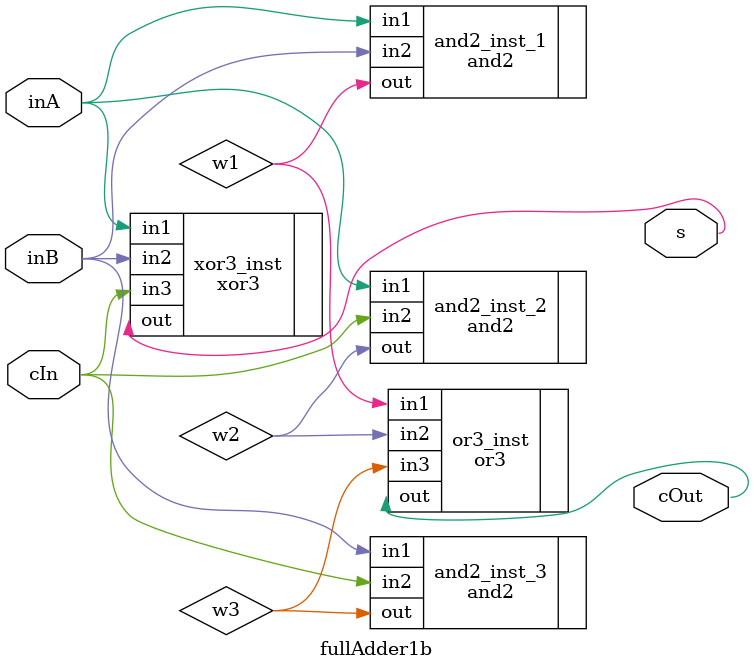
<source format=v>
/*
    CS/ECE 552 Spring '23
    Homework #1, Problem 2
    
    a 1-bit full adder

    Will Martin
*/
`default_nettype none
module fullAdder1b(s, cOut, inA, inB, cIn);
    output wire s;
    output wire cOut;
    input wire inA, inB;
    input wire cIn;

    wire w1, w2, w3;

    and2 and2_inst_1(.out(w1), .in1(inA), .in2(inB));
    and2 and2_inst_2(.out(w2), .in1(inA), .in2(cIn));
    and2 and2_inst_3(.out(w3), .in1(inB), .in2(cIn));

    or3 or3_inst(.out(cOut), .in1(w1), .in2(w2), .in3(w3));

    xor3 xor3_inst(.out(s), .in1(inA), .in2(inB), .in3(cIn));
endmodule
`default_nettype wire

</source>
